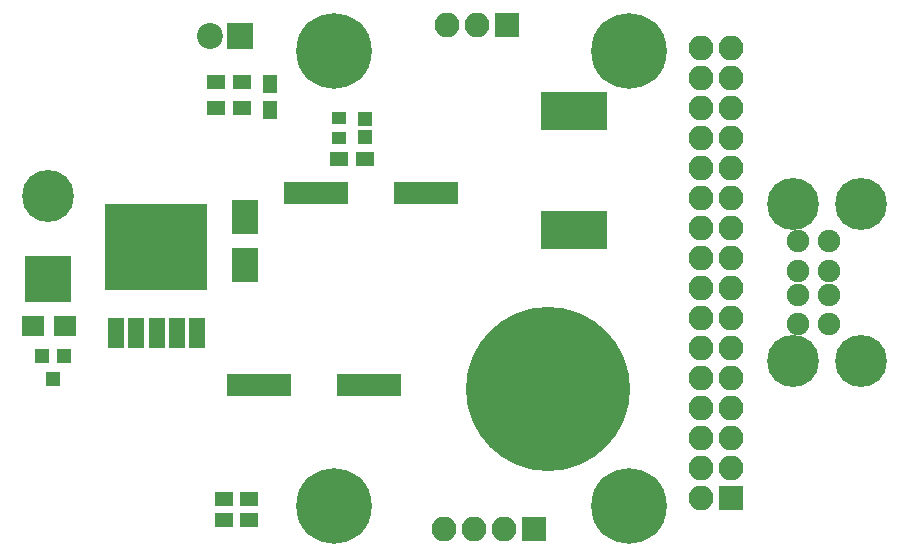
<source format=gbr>
G04 #@! TF.FileFunction,Soldermask,Top*
%FSLAX46Y46*%
G04 Gerber Fmt 4.6, Leading zero omitted, Abs format (unit mm)*
G04 Created by KiCad (PCBNEW 4.0.6+dfsg1-1) date Sun Aug 13 23:01:47 2017*
%MOMM*%
%LPD*%
G01*
G04 APERTURE LIST*
%ADD10C,0.100000*%
%ADD11R,5.400000X1.900000*%
%ADD12R,2.100000X2.100000*%
%ADD13O,2.100000X2.100000*%
%ADD14R,1.200000X1.300000*%
%ADD15R,1.470000X2.560000*%
%ADD16R,8.730000X7.390000*%
%ADD17R,2.200000X2.900000*%
%ADD18R,2.200000X2.200000*%
%ADD19C,2.200000*%
%ADD20R,1.600000X1.300000*%
%ADD21R,1.900000X1.700000*%
%ADD22R,1.300000X1.600000*%
%ADD23R,5.700000X3.200000*%
%ADD24C,13.900000*%
%ADD25C,6.400000*%
%ADD26C,4.400000*%
%ADD27C,1.900000*%
%ADD28R,3.900000X3.900000*%
%ADD29R,1.200000X1.000000*%
%ADD30R,1.150000X1.200000*%
G04 APERTURE END LIST*
D10*
D11*
X124968000Y-110744000D03*
X115718000Y-110744000D03*
D12*
X136652000Y-80250000D03*
D13*
X134112000Y-80250000D03*
X131572000Y-80250000D03*
D14*
X99200000Y-108225000D03*
X97300000Y-108225000D03*
X98250000Y-110225000D03*
D12*
X155638000Y-120304000D03*
D13*
X153098000Y-120304000D03*
X155638000Y-117764000D03*
X153098000Y-117764000D03*
X155638000Y-115224000D03*
X153098000Y-115224000D03*
X155638000Y-112684000D03*
X153098000Y-112684000D03*
X155638000Y-110144000D03*
X153098000Y-110144000D03*
X155638000Y-107604000D03*
X153098000Y-107604000D03*
X155638000Y-105064000D03*
X153098000Y-105064000D03*
X155638000Y-102524000D03*
X153098000Y-102524000D03*
X155638000Y-99984000D03*
X153098000Y-99984000D03*
X155638000Y-97444000D03*
X153098000Y-97444000D03*
X155638000Y-94904000D03*
X153098000Y-94904000D03*
X155638000Y-92364000D03*
X153098000Y-92364000D03*
X155638000Y-89824000D03*
X153098000Y-89824000D03*
X155638000Y-87284000D03*
X153098000Y-87284000D03*
X155638000Y-84744000D03*
X153098000Y-84744000D03*
X155638000Y-82204000D03*
X153098000Y-82204000D03*
D15*
X110420000Y-106340000D03*
X108720000Y-106340000D03*
X105320000Y-106340000D03*
X107020000Y-106340000D03*
X103620000Y-106340000D03*
D16*
X106970000Y-99040000D03*
D11*
X120560000Y-94490000D03*
X129810000Y-94490000D03*
D17*
X114500000Y-100530000D03*
X114500000Y-96530000D03*
D18*
X114046000Y-81153000D03*
D19*
X111506000Y-81153000D03*
D20*
X114892000Y-122174000D03*
X112692000Y-122174000D03*
X114892000Y-120396000D03*
X112692000Y-120396000D03*
D21*
X96550000Y-105725000D03*
X99250000Y-105725000D03*
D20*
X112057000Y-87249000D03*
X114257000Y-87249000D03*
X112057000Y-85090000D03*
X114257000Y-85090000D03*
D22*
X116586000Y-85260000D03*
X116586000Y-87460000D03*
D23*
X142350000Y-87510000D03*
X142350000Y-97610000D03*
D12*
X138938000Y-122936000D03*
D13*
X136398000Y-122936000D03*
X133858000Y-122936000D03*
X131318000Y-122936000D03*
D24*
X140175000Y-111075000D03*
D25*
X122075000Y-82450000D03*
X147025000Y-82450000D03*
X147025000Y-120950000D03*
X122075000Y-120950000D03*
D26*
X160950000Y-95400000D03*
X166650000Y-95400000D03*
X160950000Y-108700000D03*
X166650000Y-108700000D03*
D27*
X163950000Y-105550000D03*
X163950000Y-103050000D03*
X163950000Y-98550000D03*
X163950000Y-101050000D03*
X161350000Y-98550000D03*
X161350000Y-101050000D03*
X161350000Y-103050000D03*
X161350000Y-105550000D03*
D26*
X97874000Y-94728000D03*
D28*
X97874000Y-101728000D03*
D29*
X122478800Y-89814400D03*
X122478800Y-88114400D03*
D20*
X122496400Y-91592400D03*
X124696400Y-91592400D03*
D30*
X124663200Y-88212800D03*
X124663200Y-89712800D03*
M02*

</source>
